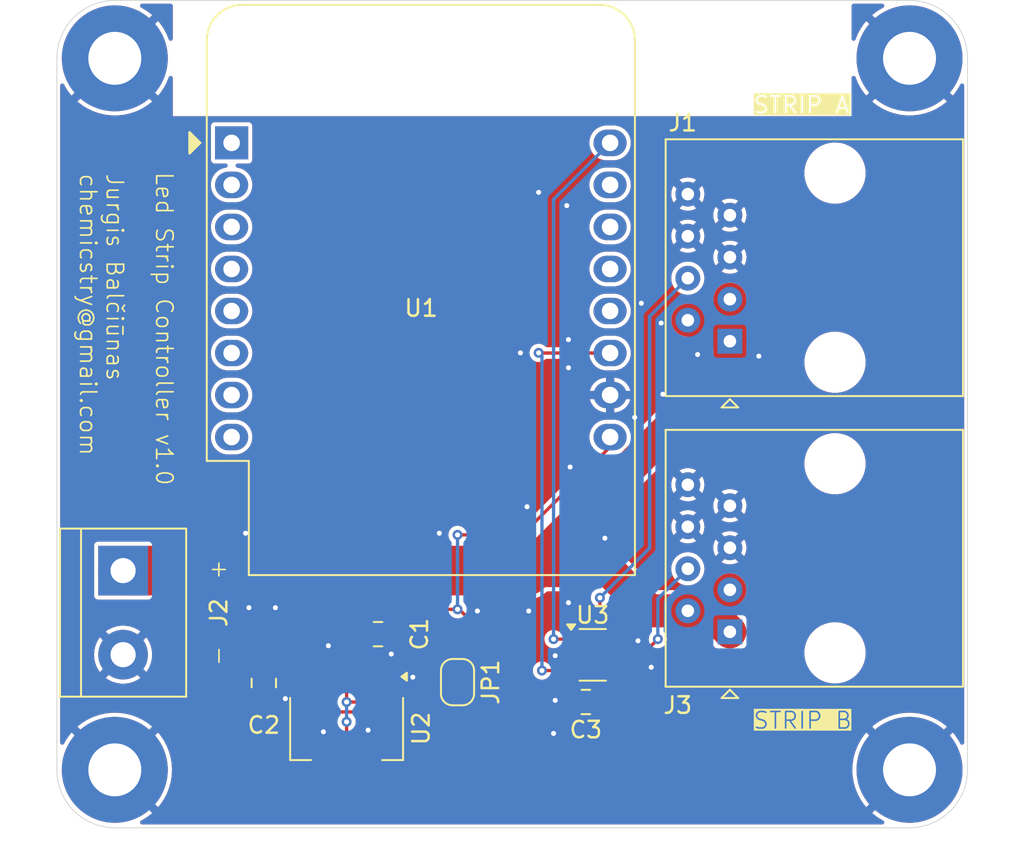
<source format=kicad_pcb>
(kicad_pcb (version 20240108) (generator "pcbnew") (generator_version "8.0")
  (layers (0 "F.Cu" signal) (31 "B.Cu" signal) (34 "B.Paste" user) (35 "F.Paste" user) (36 "B.SilkS" user "B.Silkscreen") (37 "F.SilkS" user "F.Silkscreen") (38 "B.Mask" user) (39 "F.Mask" user) (44 "Edge.Cuts" user))
  (net 0 "")
  (net 1 "+5V")
  (net 2 "GND")
  (net 3 "VBUS")
  (net 4 "Net-(J1-Pad4)")
  (net 5 "Net-(J3-Pad4)")
  (net 16 "/STRIP_B_DATA")
  (net 17 "/STRIP_A_DATA")
  (footprint "MountingHole:MountingHole_3.2mm_M3_Pad" (layer "F.Cu") (at 101.5 96.5)
    (property "Reference" "H3" (hide yes))
    (property "Value" "MountingHole_Pad")
    (pad "1" thru_hole circle (at 0 0) (size 6.4 6.4) (drill 3.2) (layers "*.Cu" "*.Mask") (net 2 "GND"))
  )
  (footprint "MountingHole:MountingHole_3.2mm_M3_Pad" (layer "F.Cu") (at 53.5 96.5)
    (property "Reference" "H4" (hide yes))
    (property "Value" "MountingHole_Pad")
    (pad "1" thru_hole circle (at 0 0) (size 6.4 6.4) (drill 3.2) (layers "*.Cu" "*.Mask") (net 2 "GND"))
  )
  (footprint "Capacitor_SMD:C_0805_2012Metric" (layer "F.Cu") (at 81.95 92.4 180)
    (property "Reference" "C3" (at 0 -1.68 180) (layer "F.SilkS"))
    (property "Value" "22uF")
    (fp_line (start -0.261252 0.735) (end 0.261252 0.735) (stroke (width 0.12)) (layer "F.SilkS"))
    (fp_line (start -0.261252 -0.735) (end 0.261252 -0.735) (stroke (width 0.12)) (layer "F.SilkS"))
    (pad "1" smd roundrect (at -0.95 0 180) (size 1 1.45) (layers "F.Cu" "F.Paste" "F.Mask") (net 1 "+5V"))
    (pad "2" smd roundrect (at 0.95 0 180) (size 1 1.45) (layers "F.Cu" "F.Paste" "F.Mask") (net 2 "GND"))
  )
  (footprint "TerminalBlock:TerminalBlock_bornier-2_P5.08mm" (layer "F.Cu") (at 54 84.46 -90)
    (property "Reference" "J2" (at 2.54 -5.78 90) (layer "F.SilkS"))
    (property "Value" "Power")
    (fp_line (start -2.54 3.81) (end 7.62 3.81) (stroke (width 0.12)) (layer "F.SilkS"))
    (fp_line (start 7.62 3.81) (end 7.62 -3.81) (stroke (width 0.12)) (layer "F.SilkS"))
    (fp_line (start 7.62 2.54) (end -2.54 2.54) (stroke (width 0.12)) (layer "F.SilkS"))
    (fp_line (start -2.54 -3.81) (end -2.54 3.81) (stroke (width 0.12)) (layer "F.SilkS"))
    (fp_line (start 7.62 -3.81) (end -2.54 -3.81) (stroke (width 0.12)) (layer "F.SilkS"))
    (pad "1" thru_hole rect (at 0 0 270) (size 3 3) (drill 1.52) (layers "*.Cu" "*.Mask") (net 3 "VBUS"))
    (pad "2" thru_hole circle (at 5.08 0 270) (size 3 3) (drill 1.52) (layers "*.Cu" "*.Mask") (net 2 "GND"))
  )
  (footprint "Connector_RJ:RJ45_Amphenol_54602-x08_Horizontal" (layer "F.Cu") (at 90.65 88.16 90)
    (property "Reference" "J3" (at -4.44 -3.15 0) (layer "F.SilkS"))
    (property "Value" "Strip B")
    (fp_line (start 12.205 -3.88) (end -3.315 -3.88) (stroke (width 0.12)) (layer "F.SilkS"))
    (fp_line (start 12.205 -3.88) (end 12.205 14.08) (stroke (width 0.12)) (layer "F.SilkS"))
    (fp_line (start -3.315 -3.88) (end -3.315 14.08) (stroke (width 0.12)) (layer "F.SilkS"))
    (fp_line (start -4 -0.5) (end -4 0.5) (stroke (width 0.12)) (layer "F.SilkS"))
    (fp_line (start -3.5 0) (end -4 -0.5) (stroke (width 0.12)) (layer "F.SilkS"))
    (fp_line (start -4 0.5) (end -3.5 0) (stroke (width 0.12)) (layer "F.SilkS"))
    (fp_line (start -3.315 14.08) (end 12.205 14.08) (stroke (width 0.12)) (layer "F.SilkS"))
    (pad "" np_thru_hole circle (at -1.27 6.35 90) (size 3.2 3.2) (drill 3.2) (layers "*.Cu" "*.Mask"))
    (pad "" np_thru_hole circle (at 10.16 6.35 90) (size 3.2 3.2) (drill 3.2) (layers "*.Cu" "*.Mask"))
    (pad "1" thru_hole rect (at 0 0 90) (size 1.5 1.5) (drill 0.76) (layers "*.Cu" "*.Mask") (net 3 "VBUS"))
    (pad "2" thru_hole circle (at 1.27 -2.54 90) (size 1.5 1.5) (drill 0.76) (layers "*.Cu" "*.Mask") (net 3 "VBUS"))
    (pad "3" thru_hole circle (at 2.54 0 90) (size 1.5 1.5) (drill 0.76) (layers "*.Cu" "*.Mask") (net 3 "VBUS"))
    (pad "4" thru_hole circle (at 3.81 -2.54 90) (size 1.5 1.5) (drill 0.76) (layers "*.Cu" "*.Mask") (net 5 "Net-(J3-Pad4)"))
    (pad "5" thru_hole circle (at 5.08 0 90) (size 1.5 1.5) (drill 0.76) (layers "*.Cu" "*.Mask") (net 2 "GND"))
    (pad "6" thru_hole circle (at 6.35 -2.54 90) (size 1.5 1.5) (drill 0.76) (layers "*.Cu" "*.Mask") (net 2 "GND"))
    (pad "7" thru_hole circle (at 7.62 0 90) (size 1.5 1.5) (drill 0.76) (layers "*.Cu" "*.Mask") (net 2 "GND"))
    (pad "8" thru_hole circle (at 8.89 -2.54 90) (size 1.5 1.5) (drill 0.76) (layers "*.Cu" "*.Mask") (net 2 "GND"))
  )
  (footprint "MountingHole:MountingHole_3.2mm_M3_Pad" (layer "F.Cu") (at 53.5 53.5)
    (property "Reference" "H1" (hide yes))
    (property "Value" "MountingHole_Pad")
    (pad "1" thru_hole circle (at 0 0) (size 6.4 6.4) (drill 3.2) (layers "*.Cu" "*.Mask") (net 2 "GND"))
  )
  (footprint "Package_TO_SOT_SMD:SOT-223-3_TabPin2" (layer "F.Cu") (at 67.5 94 -90)
    (property "Reference" "U2" (at 0 -4.5 90) (layer "F.SilkS"))
    (property "Value" "AMS1117-5.0")
    (fp_line (start -1.85 3.41) (end 1.91 3.41) (stroke (width 0.12)) (layer "F.SilkS"))
    (fp_line (start 1.91 3.41) (end 1.91 2.15) (stroke (width 0.12)) (layer "F.SilkS"))
    (fp_line (start -1.85 -3.41) (end 1.91 -3.41) (stroke (width 0.12)) (layer "F.SilkS"))
    (fp_line (start 1.91 -3.41) (end 1.91 -2.15) (stroke (width 0.12)) (layer "F.SilkS"))
    (fp_poly (pts (xy -3.13 -3.31) (xy -3.37 -3.64) (xy -2.89 -3.64) (xy -3.13 -3.31)) (stroke (width 0.12)) (fill solid) (layer "F.SilkS"))
    (pad "1" smd roundrect (at -3.15 -2.3 270) (size 2 1.5) (layers "F.Cu" "F.Paste" "F.Mask") (net 2 "GND"))
    (pad "2" smd roundrect (at -3.15 0 270) (size 2 1.5) (layers "F.Cu" "F.Paste" "F.Mask") (net 1 "+5V"))
    (pad "2" smd roundrect (at 3.15 0 270) (size 2 3.8) (layers "F.Cu" "F.Paste" "F.Mask") (net 1 "+5V"))
    (pad "3" smd roundrect (at -3.15 2.3 270) (size 2 1.5) (layers "F.Cu" "F.Paste" "F.Mask") (net 3 "VBUS"))
  )
  (footprint "Package_TO_SOT_SMD:SOT-23-6" (layer "F.Cu") (at 82.3625 89.55)
    (property "Reference" "U3" (at 0 -2.4 0) (layer "F.SilkS"))
    (property "Value" "74LVC2G17")
    (fp_line (start 0 -1.56) (end -0.8 -1.56) (stroke (width 0.12)) (layer "F.SilkS"))
    (fp_line (start 0 -1.56) (end 0.8 -1.56) (stroke (width 0.12)) (layer "F.SilkS"))
    (fp_line (start 0 1.56) (end -0.8 1.56) (stroke (width 0.12)) (layer "F.SilkS"))
    (fp_line (start 0 1.56) (end 0.8 1.56) (stroke (width 0.12)) (layer "F.SilkS"))
    (fp_poly (pts (xy -1.3 -1.51) (xy -1.54 -1.84) (xy -1.06 -1.84) (xy -1.3 -1.51)) (stroke (width 0.12)) (fill solid) (layer "F.SilkS"))
    (pad "1" smd roundrect (at -1.1375 -0.95) (size 1.325 0.6) (layers "F.Cu" "F.Paste" "F.Mask") (net 17 "/STRIP_A_DATA"))
    (pad "2" smd roundrect (at -1.1375 0) (size 1.325 0.6) (layers "F.Cu" "F.Paste" "F.Mask") (net 2 "GND"))
    (pad "3" smd roundrect (at -1.1375 0.95) (size 1.325 0.6) (layers "F.Cu" "F.Paste" "F.Mask") (net 16 "/STRIP_B_DATA"))
    (pad "4" smd roundrect (at 1.1375 0.95) (size 1.325 0.6) (layers "F.Cu" "F.Paste" "F.Mask") (net 5 "Net-(J3-Pad4)"))
    (pad "5" smd roundrect (at 1.1375 0) (size 1.325 0.6) (layers "F.Cu" "F.Paste" "F.Mask") (net 1 "+5V"))
    (pad "6" smd roundrect (at 1.1375 -0.95) (size 1.325 0.6) (layers "F.Cu" "F.Paste" "F.Mask") (net 4 "Net-(J1-Pad4)"))
  )
  (footprint "Jumper:SolderJumper-2_P1.3mm_Open_RoundedPad1.0x1.5mm" (layer "F.Cu") (at 74.2 91.2 90)
    (property "Reference" "JP1" (at 0 2 -90) (layer "F.SilkS"))
    (property "Value" "REG BYPASS")
    (fp_line (start -0.7 -1) (end 0.7 -1) (stroke (width 0.12)) (layer "F.SilkS"))
    (fp_line (start 1.4 -0.3) (end 1.4 0.3) (stroke (width 0.12)) (layer "F.SilkS"))
    (fp_line (start -1.4 0.3) (end -1.4 -0.3) (stroke (width 0.12)) (layer "F.SilkS"))
    (fp_line (start 0.7 1) (end -0.7 1) (stroke (width 0.12)) (layer "F.SilkS"))
    (fp_arc (start 0.7 -1) (mid 1.194975 -0.794975) (end 1.4 -0.3) (stroke (width 0.12)) (layer "F.SilkS"))
    (fp_arc (start -1.4 -0.3) (mid -1.194975 -0.794975) (end -0.7 -1) (stroke (width 0.12)) (layer "F.SilkS"))
    (fp_arc (start 1.4 0.3) (mid 1.194975 0.794975) (end 0.7 1) (stroke (width 0.12)) (layer "F.SilkS"))
    (fp_arc (start -0.7 1) (mid -1.194975 0.794975) (end -1.4 0.3) (stroke (width 0.12)) (layer "F.SilkS"))
    (pad "1" smd custom (at -0.65 0 90) (size 1 0.5) (layers "F.Cu" "F.Mask") (net 3 "VBUS") (options (clearance outline) (anchor rect)) (primitives (gr_circle (center 0 0.25) (end 0.5 0.25) (width 0) (fill yes)) (gr_circle (center 0 -0.25) (end 0.5 -0.25) (width 0) (fill yes)) (gr_poly (pts (xy 0.5 0.75) (xy 0 0.75) (xy 0 -0.75) (xy 0.5 -0.75)) (width 0) (fill yes))))
    (pad "2" smd custom (at 0.65 0 90) (size 1 0.5) (layers "F.Cu" "F.Mask") (net 1 "+5V") (options (clearance outline) (anchor rect)) (primitives (gr_circle (center 0 0.25) (end 0.5 0.25) (width 0) (fill yes)) (gr_circle (center 0 -0.25) (end 0.5 -0.25) (width 0) (fill yes)) (gr_poly (pts (xy 0 0.75) (xy -0.5 0.75) (xy -0.5 -0.75) (xy 0 -0.75)) (width 0) (fill yes))))
  )
  (footprint "Connector_RJ:RJ45_Amphenol_54602-x08_Horizontal" (layer "F.Cu") (at 90.65 70.5975 90)
    (property "Reference" "J1" (at 13.1975 -2.85 0) (layer "F.SilkS"))
    (property "Value" "Strip A")
    (fp_line (start 12.205 -3.88) (end -3.315 -3.88) (stroke (width 0.12)) (layer "F.SilkS"))
    (fp_line (start 12.205 -3.88) (end 12.205 14.08) (stroke (width 0.12)) (layer "F.SilkS"))
    (fp_line (start -3.315 -3.88) (end -3.315 14.08) (stroke (width 0.12)) (layer "F.SilkS"))
    (fp_line (start -4 -0.5) (end -4 0.5) (stroke (width 0.12)) (layer "F.SilkS"))
    (fp_line (start -3.5 0) (end -4 -0.5) (stroke (width 0.12)) (layer "F.SilkS"))
    (fp_line (start -4 0.5) (end -3.5 0) (stroke (width 0.12)) (layer "F.SilkS"))
    (fp_line (start -3.315 14.08) (end 12.205 14.08) (stroke (width 0.12)) (layer "F.SilkS"))
    (pad "" np_thru_hole circle (at -1.27 6.35 90) (size 3.2 3.2) (drill 3.2) (layers "*.Cu" "*.Mask"))
    (pad "" np_thru_hole circle (at 10.16 6.35 90) (size 3.2 3.2) (drill 3.2) (layers "*.Cu" "*.Mask"))
    (pad "1" thru_hole rect (at 0 0 90) (size 1.5 1.5) (drill 0.76) (layers "*.Cu" "*.Mask") (net 3 "VBUS"))
    (pad "2" thru_hole circle (at 1.27 -2.54 90) (size 1.5 1.5) (drill 0.76) (layers "*.Cu" "*.Mask") (net 3 "VBUS"))
    (pad "3" thru_hole circle (at 2.54 0 90) (size 1.5 1.5) (drill 0.76) (layers "*.Cu" "*.Mask") (net 3 "VBUS"))
    (pad "4" thru_hole circle (at 3.81 -2.54 90) (size 1.5 1.5) (drill 0.76) (layers "*.Cu" "*.Mask") (net 4 "Net-(J1-Pad4)"))
    (pad "5" thru_hole circle (at 5.08 0 90) (size 1.5 1.5) (drill 0.76) (layers "*.Cu" "*.Mask") (net 2 "GND"))
    (pad "6" thru_hole circle (at 6.35 -2.54 90) (size 1.5 1.5) (drill 0.76) (layers "*.Cu" "*.Mask") (net 2 "GND"))
    (pad "7" thru_hole circle (at 7.62 0 90) (size 1.5 1.5) (drill 0.76) (layers "*.Cu" "*.Mask") (net 2 "GND"))
    (pad "8" thru_hole circle (at 8.89 -2.54 90) (size 1.5 1.5) (drill 0.76) (layers "*.Cu" "*.Mask") (net 2 "GND"))
  )
  (footprint "MountingHole:MountingHole_3.2mm_M3_Pad" (layer "F.Cu") (at 101.5 53.5)
    (property "Reference" "H2" (hide yes))
    (property "Value" "MountingHole_Pad")
    (pad "1" thru_hole circle (at 0 0) (size 6.4 6.4) (drill 3.2) (layers "*.Cu" "*.Mask") (net 2 "GND"))
  )
  (footprint "Capacitor_SMD:C_0805_2012Metric" (layer "F.Cu") (at 69.4 88.3)
    (property "Reference" "C1" (at 2.5 0 90) (layer "F.SilkS"))
    (property "Value" "22uF")
    (fp_line (start -0.261252 -0.735) (end 0.261252 -0.735) (stroke (width 0.12)) (layer "F.SilkS"))
    (fp_line (start -0.261252 0.735) (end 0.261252 0.735) (stroke (width 0.12)) (layer "F.SilkS"))
    (pad "1" smd roundrect (at -0.95 0) (size 1 1.45) (layers "F.Cu" "F.Paste" "F.Mask") (net 1 "+5V"))
    (pad "2" smd roundrect (at 0.95 0) (size 1 1.45) (layers "F.Cu" "F.Paste" "F.Mask") (net 2 "GND"))
  )
  (footprint "Module:WEMOS_D1_mini_light" (layer "F.Cu") (at 60.555 58.61)
    (property "Reference" "U1" (at 11.445 9.99 0) (layer "F.SilkS"))
    (property "Value" "WeMos_D1_mini")
    (fp_line (start -1.5 19.22) (end -1.5 -6.21) (stroke (width 0.12)) (layer "F.SilkS"))
    (fp_line (start -1.5 19.22) (end 1.04 19.22) (stroke (width 0.12)) (layer "F.SilkS"))
    (fp_line (start 1.04 19.22) (end 1.04 26.12) (stroke (width 0.12)) (layer "F.SilkS"))
    (fp_line (start 1.04 26.12) (end 24.36 26.12) (stroke (width 0.12)) (layer "F.SilkS"))
    (fp_line (start 22.24 -8.34) (end 0.63 -8.34) (stroke (width 0.12)) (layer "F.SilkS"))
    (fp_line (start 24.36 26.12) (end 24.36 -6.21) (stroke (width 0.12)) (layer "F.SilkS"))
    (fp_arc (start -1.5 -6.21) (mid -0.876137 -7.716137) (end 0.63 -8.34) (stroke (width 0.12)) (layer "F.SilkS"))
    (fp_arc (start 22.23 -8.34) (mid 23.736137 -7.716137) (end 24.36 -6.21) (stroke (width 0.12)) (layer "F.SilkS"))
    (fp_poly (pts (xy -2.54 -0.635) (xy -2.54 0.635) (xy -1.905 0)) (stroke (width 0.15)) (fill solid) (layer "F.SilkS"))
    (pad "1" thru_hole rect (at 0 0) (size 2 2) (drill 1) (layers "*.Cu" "*.Mask"))
    (pad "2" thru_hole oval (at 0 2.54) (size 2 1.6) (drill 1) (layers "*.Cu" "*.Mask"))
    (pad "3" thru_hole oval (at 0 5.08) (size 2 1.6) (drill 1) (layers "*.Cu" "*.Mask"))
    (pad "4" thru_hole oval (at 0 7.62) (size 2 1.6) (drill 1) (layers "*.Cu" "*.Mask"))
    (pad "5" thru_hole oval (at 0 10.16) (size 2 1.6) (drill 1) (layers "*.Cu" "*.Mask"))
    (pad "6" thru_hole oval (at 0 12.7) (size 2 1.6) (drill 1) (layers "*.Cu" "*.Mask"))
    (pad "7" thru_hole oval (at 0 15.24) (size 2 1.6) (drill 1) (layers "*.Cu" "*.Mask"))
    (pad "8" thru_hole oval (at 0 17.78) (size 2 1.6) (drill 1) (layers "*.Cu" "*.Mask"))
    (pad "9" thru_hole oval (at 22.86 17.78) (size 2 1.6) (drill 1) (layers "*.Cu" "*.Mask") (net 1 "+5V"))
    (pad "10" thru_hole oval (at 22.86 15.24) (size 2 1.6) (drill 1) (layers "*.Cu" "*.Mask") (net 2 "GND"))
    (pad "11" thru_hole oval (at 22.86 12.7) (size 2 1.6) (drill 1) (layers "*.Cu" "*.Mask") (net 16 "/STRIP_B_DATA"))
    (pad "12" thru_hole oval (at 22.86 10.16) (size 2 1.6) (drill 1) (layers "*.Cu" "*.Mask"))
    (pad "13" thru_hole oval (at 22.86 7.62) (size 2 1.6) (drill 1) (layers "*.Cu" "*.Mask"))
    (pad "14" thru_hole oval (at 22.86 5.08) (size 2 1.6) (drill 1) (layers "*.Cu" "*.Mask"))
    (pad "15" thru_hole oval (at 22.86 2.54) (size 2 1.6) (drill 1) (layers "*.Cu" "*.Mask"))
    (pad "16" thru_hole oval (at 22.86 0) (size 2 1.6) (drill 1) (layers "*.Cu" "*.Mask") (net 17 "/STRIP_A_DATA"))
  )
  (footprint "Capacitor_SMD:C_0805_2012Metric" (layer "F.Cu") (at 62.5 91.25 -90)
    (property "Reference" "C2" (at 2.55 0 180) (layer "F.SilkS"))
    (property "Value" "22uF")
    (fp_line (start -0.261252 0.735) (end 0.261252 0.735) (stroke (width 0.12)) (layer "F.SilkS"))
    (fp_line (start -0.261252 -0.735) (end 0.261252 -0.735) (stroke (width 0.12)) (layer "F.SilkS"))
    (pad "1" smd roundrect (at -0.95 0 270) (size 1 1.45) (layers "F.Cu" "F.Paste" "F.Mask") (net 3 "VBUS"))
    (pad "2" smd roundrect (at 0.95 0 270) (size 1 1.45) (layers "F.Cu" "F.Paste" "F.Mask") (net 2 "GND"))
  )
  (gr_arc (start 53.5 100) (mid 51.025126 98.974874) (end 50 96.5) (stroke (width 0.05)) (layer "Edge.Cuts"))
  (gr_line (start 101.5 50) (end 53.5 50) (stroke (width 0.05)) (layer "Edge.Cuts"))
  (gr_arc (start 105 96.5) (mid 103.974874 98.974874) (end 101.5 100) (stroke (width 0.05)) (layer "Edge.Cuts"))
  (gr_arc (start 101.5 50) (mid 103.974874 51.025126) (end 105 53.5) (stroke (width 0.05)) (layer "Edge.Cuts"))
  (gr_line (start 105 96.5) (end 105 53.5) (stroke (width 0.05)) (layer "Edge.Cuts"))
  (gr_arc (start 50 53.5) (mid 51.025126 51.025126) (end 53.5 50) (stroke (width 0.05)) (layer "Edge.Cuts"))
  (gr_line (start 53.5 100) (end 101.5 100) (stroke (width 0.05)) (layer "Edge.Cuts"))
  (gr_line (start 50 53.5) (end 50 96.5) (stroke (width 0.05)) (layer "Edge.Cuts"))
  (gr_text "-" (at 60.3 90.3 90) (layer "F.SilkS") (effects (font (size 1 1) (thickness 0.1)) (justify left bottom)))
  (gr_text "Jurgis Balčiūnas\nchemicstry@gmail.com" (at 51.3 60.4 -90) (layer "F.SilkS") (effects (font (size 1 1) (thickness 0.1)) (justify left bottom)))
  (gr_text "Led Strip Controller v1.0" (at 55.9 60.3 -90) (layer "F.SilkS") (effects (font (size 1 1) (thickness 0.1)) (justify left bottom)))
  (gr_text "+" (at 59.1 84.9 0) (layer "F.SilkS") (effects (font (size 1 1) (thickness 0.1)) (justify left bottom)))
  (gr_text "STRIP A" (at 92 56.9 0) (layer "F.SilkS" knockout) (effects (font (size 1 1) (thickness 0.1)) (justify left bottom)))
  (gr_text "STRIP B" (at 92 94.1 0) (layer "F.SilkS" knockout) (effects (font (size 1 1) (thickness 0.1)) (justify left bottom)))
  (segment (start 76.9 90.8) (end 76.9 89.4) (width 0.2) (layer "F.Cu") (net 1))
  (segment (start 68.45 88.3) (end 68.45 87.45) (width 0.2) (layer "F.Cu") (net 1))
  (segment (start 69.1 86.8) (end 74.2 86.8) (width 0.2) (layer "F.Cu") (net 1))
  (segment (start 67.5 90.85) (end 67.5 89.25) (width 0.2) (layer "F.Cu") (net 1))
  (segment (start 68.45 87.45) (end 69.1 86.8) (width 0.2) (layer "F.Cu") (net 1))
  (segment (start 74.2 82.3) (end 78.1 82.3) (width 0.2) (layer "F.Cu") (net 1))
  (segment (start 79.525 93.425) (end 76.9 90.8) (width 0.2) (layer "F.Cu") (net 1))
  (segment (start 82.3 90.087501) (end 82.3 90.7) (width 0.2) (layer "F.Cu") (net 1))
  (segment (start 82.3 90.7) (end 82.9 91.3) (width 0.2) (layer "F.Cu") (net 1))
  (segment (start 74.3 86.8) (end 74.2 86.8) (width 0.2) (layer "F.Cu") (net 1))
  (segment (start 78.1 82.3) (end 83.415 76.985) (width 0.2) (layer "F.Cu") (net 1))
  (segment (start 82.9 92.4) (end 81.875 93.425) (width 0.2) (layer "F.Cu") (net 1))
  (segment (start 81.875 93.425) (end 79.525 93.425) (width 0.2) (layer "F.Cu") (net 1))
  (segment (start 71.6 92.4) (end 73.45 90.55) (width 0.2) (layer "F.Cu") (net 1))
  (segment (start 82.9 91.3) (end 82.9 92.4) (width 0.2) (layer "F.Cu") (net 1))
  (segment (start 67.5 92.4) (end 71.6 92.4) (width 0.2) (layer "F.Cu") (net 1))
  (segment (start 83.5 89.55) (end 82.837501 89.55) (width 0.2) (layer "F.Cu") (net 1))
  (segment (start 67.5 90.85) (end 67.5 92.4) (width 0.2) (layer "F.Cu") (net 1))
  (segment (start 73.45 90.55) (end 74.2 90.55) (width 0.2) (layer "F.Cu") (net 1))
  (segment (start 82.837501 89.55) (end 82.3 90.087501) (width 0.2) (layer "F.Cu") (net 1))
  (segment (start 67.5 89.25) (end 68.45 88.3) (width 0.2) (layer "F.Cu") (net 1))
  (segment (start 67.5 93.6) (end 67.5 97.15) (width 0.2) (layer "F.Cu") (net 1))
  (segment (start 83.415 76.985) (end 83.415 76.39) (width 0.2) (layer "F.Cu") (net 1))
  (segment (start 76.9 89.4) (end 74.3 86.8) (width 0.2) (layer "F.Cu") (net 1))
  (via (at 74.2 86.8) (size 0.6) (drill 0.3) (layers "F.Cu" "B.Cu") (net 1))
  (via (at 67.5 92.4) (size 0.6) (drill 0.3) (layers "F.Cu" "B.Cu") (net 1))
  (via (at 74.2 82.3) (size 0.6) (drill 0.3) (layers "F.Cu" "B.Cu") (net 1))
  (via (at 67.5 93.6) (size 0.6) (drill 0.3) (layers "F.Cu" "B.Cu") (net 1))
  (segment (start 74.2 86.8) (end 74.2 82.3) (width 0.2) (layer "B.Cu") (net 1))
  (segment (start 67.5 92.4) (end 67.5 93.6) (width 0.2) (layer "B.Cu") (net 1))
  (segment (start 81.225 89.55) (end 80.15 89.55) (width 0.2) (layer "F.Cu") (net 2))
  (segment (start 62.5 92.2) (end 63.8 92.2) (width 0.2) (layer "F.Cu") (net 2))
  (segment (start 70.35 88.3) (end 70.35 89.35) (width 0.2) (layer "F.Cu") (net 2))
  (segment (start 69.8 90.85) (end 69.8 89.9) (width 0.2) (layer "F.Cu") (net 2))
  (segment (start 69.8 89.9) (end 70.2 89.5) (width 0.2) (layer "F.Cu") (net 2))
  (segment (start 81 92.4) (end 80.2 92.4) (width 0.2) (layer "F.Cu") (net 2))
  (segment (start 70.35 89.35) (end 70.2 89.5) (width 0.2) (layer "F.Cu") (net 2))
  (segment (start 80.2 92.4) (end 80.1 92.3) (width 0.2) (layer "F.Cu") (net 2))
  (segment (start 80.15 89.55) (end 80.1 89.6) (width 0.2) (layer "F.Cu") (net 2))
  (via (at 81 78.2) (size 0.6) (drill 0.3) (layers "F.Cu" "B.Cu") (net 2))
  (via (at 61.4 82.2) (size 0.6) (drill 0.3) (layers "F.Cu" "B.Cu") (net 2))
  (via (at 85.1 88.7) (size 0.6) (drill 0.3) (layers "F.Cu" "B.Cu") (net 2))
  (via (at 86.5 69.5) (size 0.6) (drill 0.3) (layers "F.Cu" "B.Cu") (net 2))
  (via (at 68.8 94.1) (size 0.6) (drill 0.3) (layers "F.Cu" "B.Cu") (net 2))
  (via (at 84.9 75.2) (size 0.6) (drill 0.3) (layers "F.Cu" "B.Cu") (net 2))
  (via (at 78 71.3) (size 0.6) (drill 0.3) (layers "F.Cu" "B.Cu") (net 2))
  (via (at 85.3 68.3) (size 0.6) (drill 0.3) (layers "F.Cu" "B.Cu") (net 2))
  (via (at 63.2 86.7) (size 0.6) (drill 0.3) (layers "F.Cu" "B.Cu") (net 2))
  (via (at 79.1 61.6) (size 0.6) (drill 0.3) (layers "F.Cu" "B.Cu") (net 2))
  (via (at 83.1 82.5) (size 0.6) (drill 0.3) (layers "F.Cu" "B.Cu") (net 2))
  (via (at 92.4 71.5) (size 0.6) (drill 0.3) (layers "F.Cu" "B.Cu") (net 2))
  (via (at 61.6 86.7) (size 0.6) (drill 0.3) (layers "F.Cu" "B.Cu") (net 2))
  (via (at 63.8 92.2) (size 0.6) (drill 0.3) (layers "F.Cu" "B.Cu") (net 2))
  (via (at 66.4 89) (size 0.6) (drill 0.3) (layers "F.Cu" "B.Cu") (net 2))
  (via (at 71.5 90.9) (size 0.6) (drill 0.3) (layers "F.Cu" "B.Cu") (net 2))
  (via (at 73.1 82.2) (size 0.6) (drill 0.3) (layers "F.Cu" "B.Cu") (net 2))
  (via (at 78.5 86.9) (size 0.6) (drill 0.3) (layers "F.Cu" "B.Cu") (net 2))
  (via (at 80.9 70.5) (size 0.6) (drill 0.3) (layers "F.Cu" "B.Cu") (net 2))
  (via (at 80 94.3) (size 0.6) (drill 0.3) (layers "F.Cu" "B.Cu") (net 2))
  (via (at 75.4 86.9) (size 0.6) (drill 0.3) (layers "F.Cu" "B.Cu") (net 2))
  (via (at 85.9 90.3) (size 0.6) (drill 0.3) (layers "F.Cu" "B.Cu") (net 2))
  (via (at 80.8 62.4) (size 0.6) (drill 0.3) (layers "F.Cu" "B.Cu") (net 2))
  (via (at 86.6 73.8) (size 0.6) (drill 0.3) (layers "F.Cu" "B.Cu") (net 2))
  (via (at 78.4 80.6) (size 0.6) (drill 0.3) (layers "F.Cu" "B.Cu") (net 2))
  (via (at 88.7 71.4) (size 0.6) (drill 0.3) (layers "F.Cu" "B.Cu") (net 2))
  (via (at 80.9 86.4) (size 0.6) (drill 0.3) (layers "F.Cu" "B.Cu") (net 2))
  (via (at 66.1 94.2) (size 0.6) (drill 0.3) (layers "F.Cu" "B.Cu") (net 2))
  (via (at 80.1 89.6) (size 0.6) (drill 0.3) (layers "F.Cu" "B.Cu") (net 2))
  (via (at 80.1 92.3) (size 0.6) (drill 0.3) (layers "F.Cu" "B.Cu") (net 2))
  (via (at 70.2 89.5) (size 0.6) (drill 0.3) (layers "F.Cu" "B.Cu") (net 2))
  (via (at 80.9 72.2) (size 0.6) (drill 0.3) (layers "F.Cu" "B.Cu") (net 2))
  (segment (start 65.2 91.9) (end 66.3 93) (width 0.2) (layer "F.Cu") (net 3))
  (segment (start 89.38 69.3275) (end 90.65 70.5975) (width 2) (layer "F.Cu") (net 3))
  (segment (start 90.65 85.62) (end 89.38 86.89) (width 2) (layer "F.Cu") (net 3))
  (segment (start 90.65 72.183427) (end 90.65 68.0575) (width 2) (layer "F.Cu") (net 3))
  (segment (start 54 84.46) (end 62.5 84.46) (width 3) (layer "F.Cu") (net 3))
  (segment (start 78.373427 84.46) (end 83.36 84.46) (width 2) (layer "F.Cu") (net 3))
  (segment (start 90.65 88.16) (end 89.38 86.89) (width 2) (layer "F.Cu") (net 3))
  (segment (start 78.373427 84.46) (end 90.65 72.183427) (width 2) (layer "F.Cu") (net 3))
  (segment (start 83.36 84.46) (end 85.79 86.89) (width 2) (layer "F.Cu") (net 3))
  (segment (start 62.5 90.3) (end 62.5 84.46) (width 0.2) (layer "F.Cu") (net 3))
  (segment (start 62.5 90.3) (end 64.65 90.3) (width 0.2) (layer "F.Cu") (net 3))
  (segment (start 89.38 86.89) (end 88.11 86.89) (width 2) (layer "F.Cu") (net 3))
  (segment (start 62.5 84.46) (end 78.373427 84.46) (width 3) (layer "F.Cu") (net 3))
  (segment (start 65.2 90.85) (end 65.2 91.9) (width 0.2) (layer "F.Cu") (net 3))
  (segment (start 64.65 90.3) (end 65.2 90.85) (width 0.2) (layer "F.Cu") (net 3))
  (segment (start 85.79 86.89) (end 88.11 86.89) (width 2) (layer "F.Cu") (net 3))
  (segment (start 66.3 93) (end 73.05 93) (width 0.2) (layer "F.Cu") (net 3))
  (segment (start 73.05 93) (end 74.2 91.85) (width 0.2) (layer "F.Cu") (net 3))
  (segment (start 88.11 69.3275) (end 89.38 69.3275) (width 2) (layer "F.Cu") (net 3))
  (segment (start 82.8 87.9) (end 82.8 86.1) (width 0.2) (layer "F.Cu") (net 4))
  (segment (start 83.5 88.6) (end 82.8 87.9) (width 0.2) (layer "F.Cu") (net 4))
  (via (at 82.8 86.1) (size 0.6) (drill 0.3) (layers "F.Cu" "B.Cu") (net 4))
  (segment (start 85.8 83.1) (end 85.8 69.0975) (width 0.2) (layer "B.Cu") (net 4))
  (segment (start 82.8 86.1) (end 85.8 83.1) (width 0.2) (layer "B.Cu") (net 4))
  (segment (start 85.8 69.0975) (end 88.11 66.7875) (width 0.2) (layer "B.Cu") (net 4))
  (segment (start 83.5 90.5) (end 84.4 90.5) (width 0.2) (layer "F.Cu") (net 5))
  (segment (start 84.4 90.5) (end 86.3 88.6) (width 0.2) (layer "F.Cu") (net 5))
  (via (at 86.3 88.6) (size 0.6) (drill 0.3) (layers "F.Cu" "B.Cu") (net 5))
  (segment (start 86.3 86.16) (end 88.11 84.35) (width 0.2) (layer "B.Cu") (net 5))
  (segment (start 86.3 88.6) (end 86.3 86.16) (width 0.2) (layer "B.Cu") (net 5))
  (segment (start 79.11 71.31) (end 83.415 71.31) (width 0.2) (layer "F.Cu") (net 16))
  (segment (start 79.1 71.3) (end 79.11 71.31) (width 0.2) (layer "F.Cu") (net 16))
  (segment (start 81.225 90.5) (end 79.3 90.5) (width 0.2) (layer "F.Cu") (net 16))
  (via (at 79.1 71.3) (size 0.6) (drill 0.3) (layers "F.Cu" "B.Cu") (net 16))
  (via (at 79.3 90.5) (size 0.6) (drill 0.3) (layers "F.Cu" "B.Cu") (net 16))
  (segment (start 79.3 71.5) (end 79.1 71.3) (width 0.2) (layer "B.Cu") (net 16))
  (segment (start 79.3 90.5) (end 79.3 71.5) (width 0.2) (layer "B.Cu") (net 16))
  (segment (start 81.225 88.6) (end 80 88.6) (width 0.2) (layer "F.Cu") (net 17))
  (via (at 80 88.6) (size 0.6) (drill 0.3) (layers "F.Cu" "B.Cu") (net 17))
  (segment (start 80 88.6) (end 80 62.025) (width 0.2) (layer "B.Cu") (net 17))
  (segment (start 80 62.025) (end 83.415 58.61) (width 0.2) (layer "B.Cu") (net 17))
  (zone (net 0) (net_name "") (layers "F&B.Cu") (connect_pads (clearance 0)) (min_thickness 0.25)
    (keepout (tracks not_allowed) (vias not_allowed) (pads not_allowed) (copperpour not_allowed) (footprints allowed))
    (fill (thermal_gap 0.25) (thermal_bridge_width 0.5))
    (polygon (pts (xy 57 50) (xy 57 57) (xy 98 57) (xy 98 50)))
  )
  (zone (net 2) (net_name "GND") (layers "F&B.Cu") (connect_pads (clearance 0.25)) (min_thickness 0.25) (fill yes (thermal_gap 0.25) (thermal_bridge_width 0.5))
    (polygon (pts (xy 50 50) (xy 105 50) (xy 105 100) (xy 50 100)))
  )
)
</source>
